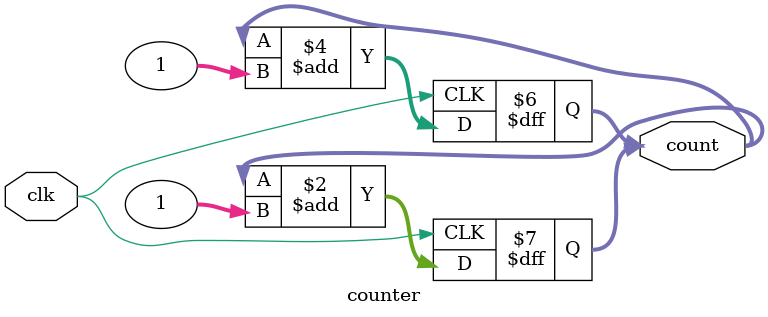
<source format=v>
module counter(count,clk);

output integer count;
input clk;

always @(posedge clk ) begin
    count = count + 1;
    $display($time);
end

always @(negedge clk ) begin
    count = count + 1;
end

initial begin
    count = 0;
end

endmodule
</source>
